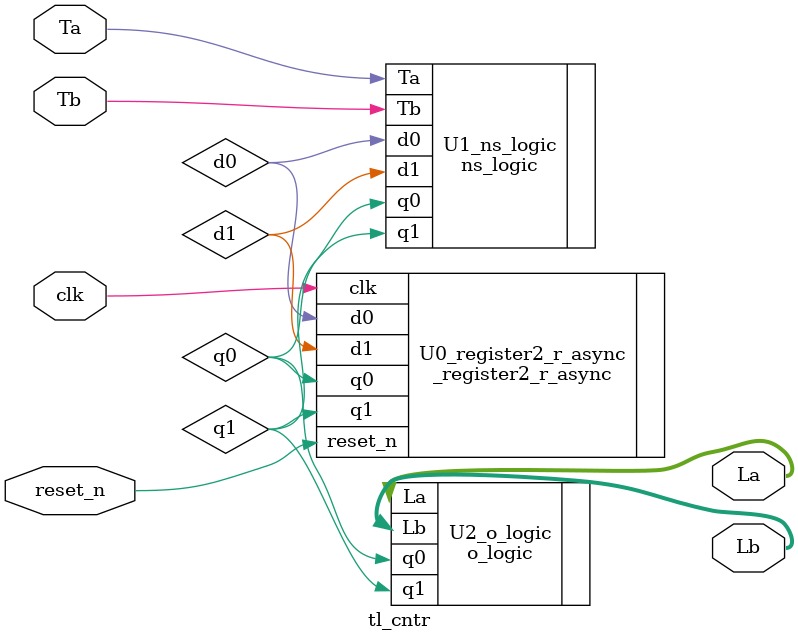
<source format=v>
module tl_cntr(clk,reset_n,Ta,Tb,La,Lb); //TLC top module
	input clk, reset_n, Ta, Tb; //set input clk, reset_n, Ta, Tb
	output [1:0]La,Lb;//set output La, Lb;
	
	//declare d1, d0, q0, q1
	wire d1, d0, q0, q1;
	//store current state value
	_register2_r_async U0_register2_r_async(.clk(clk),.reset_n(reset_n),.d1(d1),.d0(d0),.q0(q0),.q1(q1));
	//combination logic that determine next state
	ns_logic U1_ns_logic(.Ta(Ta),.Tb(Tb),.d1(d1),.d0(d0),.q1(q1),.q0(q0));
	//combination logic that determine output by current state value
	o_logic U2_o_logic(.q1(q1),.q0(q0),.La(La),.Lb(Lb));
	
endmodule

</source>
